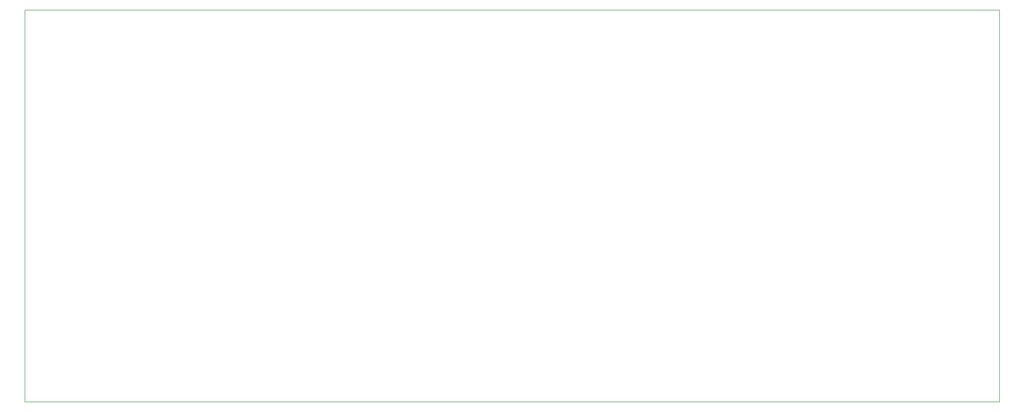
<source format=gbr>
G04 #@! TF.GenerationSoftware,KiCad,Pcbnew,7.0.2-6a45011f42~172~ubuntu22.04.1*
G04 #@! TF.CreationDate,2023-05-02T13:53:02-04:00*
G04 #@! TF.ProjectId,temperature_sensor,74656d70-6572-4617-9475-72655f73656e,rev?*
G04 #@! TF.SameCoordinates,Original*
G04 #@! TF.FileFunction,Profile,NP*
%FSLAX46Y46*%
G04 Gerber Fmt 4.6, Leading zero omitted, Abs format (unit mm)*
G04 Created by KiCad (PCBNEW 7.0.2-6a45011f42~172~ubuntu22.04.1) date 2023-05-02 13:53:02*
%MOMM*%
%LPD*%
G01*
G04 APERTURE LIST*
G04 #@! TA.AperFunction,Profile*
%ADD10C,0.100000*%
G04 #@! TD*
G04 APERTURE END LIST*
D10*
X106934000Y-71628000D02*
X274066000Y-71628000D01*
X274066000Y-138938000D01*
X106934000Y-138938000D01*
X106934000Y-71628000D01*
M02*

</source>
